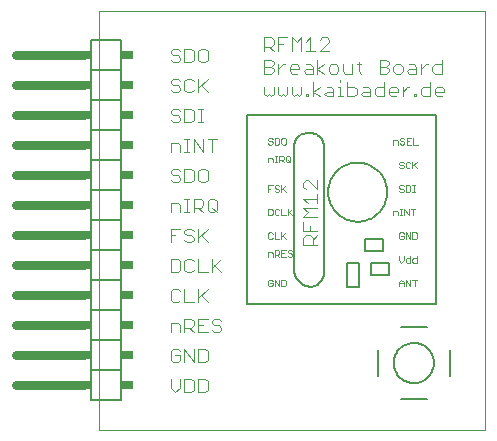
<source format=gto>
G75*
G70*
%OFA0B0*%
%FSLAX24Y24*%
%IPPOS*%
%LPD*%
%AMOC8*
5,1,8,0,0,1.08239X$1,22.5*
%
%ADD10C,0.0000*%
%ADD11C,0.0040*%
%ADD12C,0.0050*%
%ADD13C,0.0020*%
%ADD14C,0.0080*%
%ADD15C,0.0060*%
%ADD16C,0.0300*%
%ADD17R,0.0200X0.0300*%
%ADD18R,0.0400X0.0300*%
D10*
X003000Y001708D02*
X003000Y015704D01*
X015870Y015704D01*
X015870Y001708D01*
X003000Y001708D01*
D11*
X005395Y003131D02*
X005548Y002978D01*
X005702Y003131D01*
X005702Y003438D01*
X005855Y003438D02*
X006086Y003438D01*
X006162Y003361D01*
X006162Y003054D01*
X006086Y002978D01*
X005855Y002978D01*
X005855Y003438D01*
X005395Y003438D02*
X005395Y003131D01*
X005472Y003978D02*
X005625Y003978D01*
X005702Y004054D01*
X005702Y004208D01*
X005548Y004208D01*
X005395Y004361D02*
X005395Y004054D01*
X005472Y003978D01*
X005395Y004361D02*
X005472Y004438D01*
X005625Y004438D01*
X005702Y004361D01*
X005855Y004438D02*
X006162Y003978D01*
X006162Y004438D01*
X006316Y004438D02*
X006546Y004438D01*
X006623Y004361D01*
X006623Y004054D01*
X006546Y003978D01*
X006316Y003978D01*
X006316Y004438D01*
X005855Y004438D02*
X005855Y003978D01*
X006316Y003438D02*
X006546Y003438D01*
X006623Y003361D01*
X006623Y003054D01*
X006546Y002978D01*
X006316Y002978D01*
X006316Y003438D01*
X006316Y004978D02*
X006623Y004978D01*
X006776Y005054D02*
X006853Y004978D01*
X007006Y004978D01*
X007083Y005054D01*
X007083Y005131D01*
X007006Y005208D01*
X006853Y005208D01*
X006776Y005284D01*
X006776Y005361D01*
X006853Y005438D01*
X007006Y005438D01*
X007083Y005361D01*
X006623Y005438D02*
X006316Y005438D01*
X006316Y004978D01*
X006162Y004978D02*
X006009Y005131D01*
X006086Y005131D02*
X005855Y005131D01*
X005855Y004978D02*
X005855Y005438D01*
X006086Y005438D01*
X006162Y005361D01*
X006162Y005208D01*
X006086Y005131D01*
X006316Y005208D02*
X006469Y005208D01*
X005702Y005208D02*
X005702Y004978D01*
X005702Y005208D02*
X005625Y005284D01*
X005395Y005284D01*
X005395Y004978D01*
X005472Y005978D02*
X005625Y005978D01*
X005702Y006054D01*
X005855Y005978D02*
X006162Y005978D01*
X006316Y005978D02*
X006316Y006438D01*
X006393Y006208D02*
X006623Y005978D01*
X006316Y006131D02*
X006623Y006438D01*
X006623Y006978D02*
X006316Y006978D01*
X006316Y007438D01*
X006162Y007361D02*
X006086Y007438D01*
X005932Y007438D01*
X005855Y007361D01*
X005855Y007054D01*
X005932Y006978D01*
X006086Y006978D01*
X006162Y007054D01*
X005702Y007054D02*
X005702Y007361D01*
X005625Y007438D01*
X005395Y007438D01*
X005395Y006978D01*
X005625Y006978D01*
X005702Y007054D01*
X005625Y006438D02*
X005472Y006438D01*
X005395Y006361D01*
X005395Y006054D01*
X005472Y005978D01*
X005855Y005978D02*
X005855Y006438D01*
X005702Y006361D02*
X005625Y006438D01*
X006776Y006978D02*
X006776Y007438D01*
X006853Y007208D02*
X007083Y006978D01*
X006776Y007131D02*
X007083Y007438D01*
X006623Y007978D02*
X006393Y008208D01*
X006316Y008131D02*
X006623Y008438D01*
X006316Y008438D02*
X006316Y007978D01*
X006162Y008054D02*
X006162Y008131D01*
X006086Y008208D01*
X005932Y008208D01*
X005855Y008284D01*
X005855Y008361D01*
X005932Y008438D01*
X006086Y008438D01*
X006162Y008361D01*
X006162Y008054D02*
X006086Y007978D01*
X005932Y007978D01*
X005855Y008054D01*
X005548Y008208D02*
X005395Y008208D01*
X005395Y007978D02*
X005395Y008438D01*
X005702Y008438D01*
X005702Y008978D02*
X005702Y009208D01*
X005625Y009284D01*
X005395Y009284D01*
X005395Y008978D01*
X005855Y008978D02*
X006009Y008978D01*
X005932Y008978D02*
X005932Y009438D01*
X005855Y009438D02*
X006009Y009438D01*
X006162Y009438D02*
X006393Y009438D01*
X006469Y009361D01*
X006469Y009208D01*
X006393Y009131D01*
X006162Y009131D01*
X006162Y008978D02*
X006162Y009438D01*
X006316Y009131D02*
X006469Y008978D01*
X006623Y009054D02*
X006699Y008978D01*
X006853Y008978D01*
X006930Y009054D01*
X006930Y009361D01*
X006853Y009438D01*
X006699Y009438D01*
X006623Y009361D01*
X006623Y009054D01*
X006776Y009131D02*
X006930Y008978D01*
X006546Y009978D02*
X006393Y009978D01*
X006316Y010054D01*
X006316Y010361D01*
X006393Y010438D01*
X006546Y010438D01*
X006623Y010361D01*
X006623Y010054D01*
X006546Y009978D01*
X006162Y010054D02*
X006162Y010361D01*
X006086Y010438D01*
X005855Y010438D01*
X005855Y009978D01*
X006086Y009978D01*
X006162Y010054D01*
X005702Y010054D02*
X005625Y009978D01*
X005472Y009978D01*
X005395Y010054D01*
X005472Y010208D02*
X005625Y010208D01*
X005702Y010131D01*
X005702Y010054D01*
X005472Y010208D02*
X005395Y010284D01*
X005395Y010361D01*
X005472Y010438D01*
X005625Y010438D01*
X005702Y010361D01*
X005702Y010978D02*
X005702Y011208D01*
X005625Y011284D01*
X005395Y011284D01*
X005395Y010978D01*
X005855Y010978D02*
X006009Y010978D01*
X005932Y010978D02*
X005932Y011438D01*
X005855Y011438D02*
X006009Y011438D01*
X006162Y011438D02*
X006469Y010978D01*
X006469Y011438D01*
X006623Y011438D02*
X006930Y011438D01*
X006776Y011438D02*
X006776Y010978D01*
X006162Y010978D02*
X006162Y011438D01*
X006086Y011978D02*
X005855Y011978D01*
X005855Y012438D01*
X006086Y012438D01*
X006162Y012361D01*
X006162Y012054D01*
X006086Y011978D01*
X006316Y011978D02*
X006469Y011978D01*
X006393Y011978D02*
X006393Y012438D01*
X006469Y012438D02*
X006316Y012438D01*
X006316Y012978D02*
X006316Y013438D01*
X006162Y013361D02*
X006086Y013438D01*
X005932Y013438D01*
X005855Y013361D01*
X005855Y013054D01*
X005932Y012978D01*
X006086Y012978D01*
X006162Y013054D01*
X006316Y013131D02*
X006623Y013438D01*
X006393Y013208D02*
X006623Y012978D01*
X005702Y013054D02*
X005625Y012978D01*
X005472Y012978D01*
X005395Y013054D01*
X005472Y013208D02*
X005625Y013208D01*
X005702Y013131D01*
X005702Y013054D01*
X005472Y013208D02*
X005395Y013284D01*
X005395Y013361D01*
X005472Y013438D01*
X005625Y013438D01*
X005702Y013361D01*
X005625Y013978D02*
X005472Y013978D01*
X005395Y014054D01*
X005472Y014208D02*
X005625Y014208D01*
X005702Y014131D01*
X005702Y014054D01*
X005625Y013978D01*
X005855Y013978D02*
X006086Y013978D01*
X006162Y014054D01*
X006162Y014361D01*
X006086Y014438D01*
X005855Y014438D01*
X005855Y013978D01*
X005702Y014361D02*
X005625Y014438D01*
X005472Y014438D01*
X005395Y014361D01*
X005395Y014284D01*
X005472Y014208D01*
X006316Y014361D02*
X006316Y014054D01*
X006393Y013978D01*
X006546Y013978D01*
X006623Y014054D01*
X006623Y014361D01*
X006546Y014438D01*
X006393Y014438D01*
X006316Y014361D01*
X005625Y012438D02*
X005472Y012438D01*
X005395Y012361D01*
X005395Y012284D01*
X005472Y012208D01*
X005625Y012208D01*
X005702Y012131D01*
X005702Y012054D01*
X005625Y011978D01*
X005472Y011978D01*
X005395Y012054D01*
X005702Y012361D02*
X005625Y012438D01*
X008520Y012929D02*
X008597Y012853D01*
X008673Y012929D01*
X008750Y012853D01*
X008827Y012929D01*
X008827Y013159D01*
X008980Y013159D02*
X008980Y012929D01*
X009057Y012853D01*
X009134Y012929D01*
X009211Y012853D01*
X009287Y012929D01*
X009287Y013159D01*
X009441Y013159D02*
X009441Y012929D01*
X009518Y012853D01*
X009594Y012929D01*
X009671Y012853D01*
X009748Y012929D01*
X009748Y013159D01*
X009901Y012929D02*
X009978Y012929D01*
X009978Y012853D01*
X009901Y012853D01*
X009901Y012929D01*
X010131Y012853D02*
X010131Y013313D01*
X010362Y013159D02*
X010131Y013006D01*
X010362Y012853D01*
X010515Y012929D02*
X010592Y013006D01*
X010822Y013006D01*
X010822Y013083D02*
X010822Y012853D01*
X010592Y012853D01*
X010515Y012929D01*
X010592Y013159D02*
X010745Y013159D01*
X010822Y013083D01*
X010975Y013159D02*
X011052Y013159D01*
X011052Y012853D01*
X010975Y012853D02*
X011129Y012853D01*
X011282Y012853D02*
X011513Y012853D01*
X011589Y012929D01*
X011589Y013083D01*
X011513Y013159D01*
X011282Y013159D01*
X011282Y013313D02*
X011282Y012853D01*
X011743Y012929D02*
X011819Y013006D01*
X012050Y013006D01*
X012050Y013083D02*
X011973Y013159D01*
X011819Y013159D01*
X011743Y012929D02*
X011819Y012853D01*
X012050Y012853D01*
X012050Y013083D01*
X012203Y013083D02*
X012203Y012929D01*
X012280Y012853D01*
X012510Y012853D01*
X012510Y013313D01*
X012510Y013159D02*
X012280Y013159D01*
X012203Y013083D01*
X012664Y013083D02*
X012664Y012929D01*
X012740Y012853D01*
X012894Y012853D01*
X012970Y013006D02*
X012664Y013006D01*
X012664Y013083D02*
X012740Y013159D01*
X012894Y013159D01*
X012970Y013083D01*
X012970Y013006D01*
X013124Y013006D02*
X013277Y013159D01*
X013354Y013159D01*
X013124Y013159D02*
X013124Y012853D01*
X013508Y012853D02*
X013584Y012853D01*
X013584Y012929D01*
X013508Y012929D01*
X013508Y012853D01*
X013738Y012929D02*
X013738Y013083D01*
X013815Y013159D01*
X014045Y013159D01*
X014045Y013313D02*
X014045Y012853D01*
X013815Y012853D01*
X013738Y012929D01*
X014198Y012929D02*
X014198Y013083D01*
X014275Y013159D01*
X014428Y013159D01*
X014505Y013083D01*
X014505Y013006D01*
X014198Y013006D01*
X014198Y012929D02*
X014275Y012853D01*
X014428Y012853D01*
X014428Y013603D02*
X014198Y013603D01*
X014121Y013679D01*
X014121Y013833D01*
X014198Y013909D01*
X014428Y013909D01*
X014428Y014063D02*
X014428Y013603D01*
X013968Y013909D02*
X013891Y013909D01*
X013738Y013756D01*
X013738Y013603D02*
X013738Y013909D01*
X013584Y013833D02*
X013584Y013603D01*
X013354Y013603D01*
X013277Y013679D01*
X013354Y013756D01*
X013584Y013756D01*
X013584Y013833D02*
X013508Y013909D01*
X013354Y013909D01*
X013124Y013833D02*
X013124Y013679D01*
X013047Y013603D01*
X012894Y013603D01*
X012817Y013679D01*
X012817Y013833D01*
X012894Y013909D01*
X013047Y013909D01*
X013124Y013833D01*
X012664Y013909D02*
X012587Y013833D01*
X012357Y013833D01*
X012587Y013833D02*
X012664Y013756D01*
X012664Y013679D01*
X012587Y013603D01*
X012357Y013603D01*
X012357Y014063D01*
X012587Y014063D01*
X012664Y013986D01*
X012664Y013909D01*
X011743Y013909D02*
X011589Y013909D01*
X011666Y013986D02*
X011666Y013679D01*
X011743Y013603D01*
X011436Y013603D02*
X011436Y013909D01*
X011436Y013603D02*
X011206Y013603D01*
X011129Y013679D01*
X011129Y013909D01*
X010975Y013833D02*
X010975Y013679D01*
X010899Y013603D01*
X010745Y013603D01*
X010668Y013679D01*
X010668Y013833D01*
X010745Y013909D01*
X010899Y013909D01*
X010975Y013833D01*
X011052Y013390D02*
X011052Y013313D01*
X010515Y013603D02*
X010285Y013756D01*
X010515Y013909D01*
X010285Y014063D02*
X010285Y013603D01*
X010131Y013603D02*
X009901Y013603D01*
X009824Y013679D01*
X009901Y013756D01*
X010131Y013756D01*
X010131Y013833D02*
X010131Y013603D01*
X010131Y013833D02*
X010055Y013909D01*
X009901Y013909D01*
X009671Y013833D02*
X009671Y013756D01*
X009364Y013756D01*
X009364Y013679D02*
X009364Y013833D01*
X009441Y013909D01*
X009594Y013909D01*
X009671Y013833D01*
X009594Y013603D02*
X009441Y013603D01*
X009364Y013679D01*
X009211Y013909D02*
X009134Y013909D01*
X008980Y013756D01*
X008827Y013756D02*
X008750Y013833D01*
X008520Y013833D01*
X008520Y014063D02*
X008750Y014063D01*
X008827Y013986D01*
X008827Y013909D01*
X008750Y013833D01*
X008827Y013756D02*
X008827Y013679D01*
X008750Y013603D01*
X008520Y013603D01*
X008520Y014063D01*
X008520Y014353D02*
X008520Y014813D01*
X008750Y014813D01*
X008827Y014736D01*
X008827Y014583D01*
X008750Y014506D01*
X008520Y014506D01*
X008673Y014506D02*
X008827Y014353D01*
X008980Y014353D02*
X008980Y014813D01*
X009287Y014813D01*
X009441Y014813D02*
X009594Y014659D01*
X009748Y014813D01*
X009748Y014353D01*
X009901Y014353D02*
X010208Y014353D01*
X010055Y014353D02*
X010055Y014813D01*
X009901Y014659D01*
X010362Y014736D02*
X010438Y014813D01*
X010592Y014813D01*
X010668Y014736D01*
X010668Y014659D01*
X010362Y014353D01*
X010668Y014353D01*
X009441Y014353D02*
X009441Y014813D01*
X009134Y014583D02*
X008980Y014583D01*
X008980Y013909D02*
X008980Y013603D01*
X008520Y013159D02*
X008520Y012929D01*
X009897Y010051D02*
X009820Y009974D01*
X009820Y009821D01*
X009897Y009744D01*
X009897Y010051D02*
X009973Y010051D01*
X010280Y009744D01*
X010280Y010051D01*
X010280Y009591D02*
X010280Y009284D01*
X010280Y009437D02*
X009820Y009437D01*
X009973Y009284D01*
X009820Y009130D02*
X010280Y009130D01*
X010280Y008824D02*
X009820Y008824D01*
X009973Y008977D01*
X009820Y009130D01*
X009820Y008670D02*
X009820Y008363D01*
X010280Y008363D01*
X010280Y008210D02*
X010127Y008056D01*
X010127Y008133D02*
X010127Y007903D01*
X010280Y007903D02*
X009820Y007903D01*
X009820Y008133D01*
X009897Y008210D01*
X010050Y008210D01*
X010127Y008133D01*
X010050Y008363D02*
X010050Y008517D01*
D12*
X011284Y007292D02*
X011284Y006505D01*
X011678Y006505D01*
X011678Y007292D01*
X011284Y007292D01*
X011875Y007686D02*
X012466Y007686D01*
X012466Y008080D01*
X011875Y008080D01*
X011875Y007686D01*
X012072Y007292D02*
X012662Y007292D01*
X012662Y006898D01*
X012072Y006898D01*
X012072Y007292D01*
X010497Y006945D02*
X010497Y011183D01*
X010495Y011224D01*
X010490Y011264D01*
X010480Y011303D01*
X010467Y011342D01*
X010451Y011379D01*
X010431Y011415D01*
X010408Y011448D01*
X010382Y011479D01*
X010353Y011508D01*
X010322Y011534D01*
X010289Y011557D01*
X010253Y011577D01*
X010216Y011593D01*
X010177Y011606D01*
X010138Y011616D01*
X010098Y011621D01*
X010057Y011623D01*
X009953Y011623D01*
X009912Y011621D01*
X009872Y011616D01*
X009833Y011606D01*
X009794Y011593D01*
X009757Y011577D01*
X009721Y011557D01*
X009688Y011534D01*
X009657Y011508D01*
X009628Y011479D01*
X009602Y011448D01*
X009579Y011415D01*
X009559Y011379D01*
X009543Y011342D01*
X009530Y011303D01*
X009520Y011264D01*
X009515Y011224D01*
X009513Y011183D01*
X009513Y007049D01*
X009515Y007004D01*
X009520Y006959D01*
X009530Y006915D01*
X009542Y006872D01*
X009559Y006830D01*
X009579Y006790D01*
X009602Y006751D01*
X009628Y006715D01*
X009657Y006681D01*
X009689Y006649D01*
X009723Y006620D01*
X009759Y006594D01*
X009798Y006571D01*
X009838Y006551D01*
X009880Y006534D01*
X009923Y006522D01*
X009967Y006512D01*
X010012Y006507D01*
X010057Y006505D01*
X010098Y006507D01*
X010138Y006512D01*
X010177Y006522D01*
X010216Y006535D01*
X010253Y006551D01*
X010289Y006571D01*
X010322Y006594D01*
X010353Y006620D01*
X010382Y006649D01*
X010408Y006680D01*
X010431Y006713D01*
X010451Y006749D01*
X010467Y006786D01*
X010480Y006825D01*
X010490Y006864D01*
X010495Y006904D01*
X010497Y006945D01*
X007938Y005914D02*
X007938Y012213D01*
X014237Y012213D01*
X014237Y005914D01*
X007938Y005914D01*
X010641Y009654D02*
X010643Y009716D01*
X010649Y009779D01*
X010659Y009840D01*
X010673Y009901D01*
X010690Y009961D01*
X010711Y010020D01*
X010737Y010077D01*
X010765Y010132D01*
X010797Y010186D01*
X010833Y010237D01*
X010871Y010287D01*
X010913Y010333D01*
X010957Y010377D01*
X011005Y010418D01*
X011054Y010456D01*
X011106Y010490D01*
X011160Y010521D01*
X011216Y010549D01*
X011274Y010573D01*
X011333Y010594D01*
X011393Y010610D01*
X011454Y010623D01*
X011516Y010632D01*
X011578Y010637D01*
X011641Y010638D01*
X011703Y010635D01*
X011765Y010628D01*
X011827Y010617D01*
X011887Y010602D01*
X011947Y010584D01*
X012005Y010562D01*
X012062Y010536D01*
X012117Y010506D01*
X012170Y010473D01*
X012221Y010437D01*
X012269Y010398D01*
X012315Y010355D01*
X012358Y010310D01*
X012398Y010262D01*
X012435Y010212D01*
X012469Y010159D01*
X012500Y010105D01*
X012526Y010049D01*
X012550Y009991D01*
X012569Y009931D01*
X012585Y009871D01*
X012597Y009809D01*
X012605Y009748D01*
X012609Y009685D01*
X012609Y009623D01*
X012605Y009560D01*
X012597Y009499D01*
X012585Y009437D01*
X012569Y009377D01*
X012550Y009317D01*
X012526Y009259D01*
X012500Y009203D01*
X012469Y009149D01*
X012435Y009096D01*
X012398Y009046D01*
X012358Y008998D01*
X012315Y008953D01*
X012269Y008910D01*
X012221Y008871D01*
X012170Y008835D01*
X012117Y008802D01*
X012062Y008772D01*
X012005Y008746D01*
X011947Y008724D01*
X011887Y008706D01*
X011827Y008691D01*
X011765Y008680D01*
X011703Y008673D01*
X011641Y008670D01*
X011578Y008671D01*
X011516Y008676D01*
X011454Y008685D01*
X011393Y008698D01*
X011333Y008714D01*
X011274Y008735D01*
X011216Y008759D01*
X011160Y008787D01*
X011106Y008818D01*
X011054Y008852D01*
X011005Y008890D01*
X010957Y008931D01*
X010913Y008975D01*
X010871Y009021D01*
X010833Y009071D01*
X010797Y009122D01*
X010765Y009176D01*
X010737Y009231D01*
X010711Y009288D01*
X010690Y009347D01*
X010673Y009407D01*
X010659Y009468D01*
X010649Y009529D01*
X010643Y009592D01*
X010641Y009654D01*
D13*
X009455Y009097D02*
X009308Y008950D01*
X009345Y008987D02*
X009455Y008877D01*
X009308Y008877D02*
X009308Y009097D01*
X009087Y009097D02*
X009087Y008877D01*
X009234Y008877D01*
X009013Y008914D02*
X008976Y008877D01*
X008903Y008877D01*
X008866Y008914D01*
X008866Y009060D01*
X008903Y009097D01*
X008976Y009097D01*
X009013Y009060D01*
X008792Y009060D02*
X008792Y008914D01*
X008755Y008877D01*
X008645Y008877D01*
X008645Y009097D01*
X008755Y009097D01*
X008792Y009060D01*
X008903Y009664D02*
X008866Y009701D01*
X008903Y009664D02*
X008976Y009664D01*
X009013Y009701D01*
X009013Y009738D01*
X008976Y009774D01*
X008903Y009774D01*
X008866Y009811D01*
X008866Y009848D01*
X008903Y009885D01*
X008976Y009885D01*
X009013Y009848D01*
X009087Y009885D02*
X009087Y009664D01*
X009087Y009738D02*
X009234Y009885D01*
X009124Y009774D02*
X009234Y009664D01*
X008792Y009885D02*
X008645Y009885D01*
X008645Y009664D01*
X008645Y009774D02*
X008718Y009774D01*
X008645Y010649D02*
X008645Y010795D01*
X008755Y010795D01*
X008792Y010759D01*
X008792Y010649D01*
X008866Y010649D02*
X008939Y010649D01*
X008903Y010649D02*
X008903Y010869D01*
X008939Y010869D02*
X008866Y010869D01*
X009013Y010869D02*
X009013Y010649D01*
X009013Y010722D02*
X009123Y010722D01*
X009160Y010759D01*
X009160Y010832D01*
X009123Y010869D01*
X009013Y010869D01*
X009087Y010722D02*
X009160Y010649D01*
X009234Y010685D02*
X009234Y010832D01*
X009271Y010869D01*
X009344Y010869D01*
X009381Y010832D01*
X009381Y010685D01*
X009344Y010649D01*
X009271Y010649D01*
X009234Y010685D01*
X009308Y010722D02*
X009381Y010649D01*
X009197Y011239D02*
X009234Y011276D01*
X009234Y011423D01*
X009197Y011459D01*
X009124Y011459D01*
X009087Y011423D01*
X009087Y011276D01*
X009124Y011239D01*
X009197Y011239D01*
X009013Y011276D02*
X009013Y011423D01*
X008976Y011459D01*
X008866Y011459D01*
X008866Y011239D01*
X008976Y011239D01*
X009013Y011276D01*
X008792Y011276D02*
X008792Y011313D01*
X008755Y011349D01*
X008682Y011349D01*
X008645Y011386D01*
X008645Y011423D01*
X008682Y011459D01*
X008755Y011459D01*
X008792Y011423D01*
X008792Y011276D02*
X008755Y011239D01*
X008682Y011239D01*
X008645Y011276D01*
X008682Y008310D02*
X008645Y008273D01*
X008645Y008126D01*
X008682Y008090D01*
X008755Y008090D01*
X008792Y008126D01*
X008866Y008090D02*
X009013Y008090D01*
X009087Y008090D02*
X009087Y008310D01*
X009124Y008200D02*
X009234Y008090D01*
X009087Y008163D02*
X009234Y008310D01*
X008866Y008310D02*
X008866Y008090D01*
X008792Y008273D02*
X008755Y008310D01*
X008682Y008310D01*
X008866Y007719D02*
X008976Y007719D01*
X009013Y007683D01*
X009013Y007609D01*
X008976Y007572D01*
X008866Y007572D01*
X008866Y007499D02*
X008866Y007719D01*
X008755Y007646D02*
X008792Y007609D01*
X008792Y007499D01*
X008645Y007499D02*
X008645Y007646D01*
X008755Y007646D01*
X008939Y007572D02*
X009013Y007499D01*
X009087Y007499D02*
X009087Y007719D01*
X009234Y007719D01*
X009308Y007683D02*
X009308Y007646D01*
X009345Y007609D01*
X009418Y007609D01*
X009455Y007572D01*
X009455Y007536D01*
X009418Y007499D01*
X009345Y007499D01*
X009308Y007536D01*
X009234Y007499D02*
X009087Y007499D01*
X009087Y007609D02*
X009160Y007609D01*
X009308Y007683D02*
X009345Y007719D01*
X009418Y007719D01*
X009455Y007683D01*
X009197Y006735D02*
X009087Y006735D01*
X009087Y006515D01*
X009197Y006515D01*
X009234Y006551D01*
X009234Y006698D01*
X009197Y006735D01*
X009013Y006735D02*
X009013Y006515D01*
X008866Y006735D01*
X008866Y006515D01*
X008792Y006551D02*
X008792Y006625D01*
X008718Y006625D01*
X008645Y006698D02*
X008645Y006551D01*
X008682Y006515D01*
X008755Y006515D01*
X008792Y006551D01*
X008792Y006698D02*
X008755Y006735D01*
X008682Y006735D01*
X008645Y006698D01*
X012816Y008877D02*
X012816Y009024D01*
X012926Y009024D01*
X012963Y008987D01*
X012963Y008877D01*
X013037Y008877D02*
X013110Y008877D01*
X013074Y008877D02*
X013074Y009097D01*
X013110Y009097D02*
X013037Y009097D01*
X013184Y009097D02*
X013331Y008877D01*
X013331Y009097D01*
X013405Y009097D02*
X013552Y009097D01*
X013479Y009097D02*
X013479Y008877D01*
X013184Y008877D02*
X013184Y009097D01*
X013234Y009664D02*
X013344Y009664D01*
X013381Y009701D01*
X013381Y009848D01*
X013344Y009885D01*
X013234Y009885D01*
X013234Y009664D01*
X013160Y009701D02*
X013123Y009664D01*
X013050Y009664D01*
X013013Y009701D01*
X013050Y009774D02*
X013123Y009774D01*
X013160Y009738D01*
X013160Y009701D01*
X013050Y009774D02*
X013013Y009811D01*
X013013Y009848D01*
X013050Y009885D01*
X013123Y009885D01*
X013160Y009848D01*
X013455Y009885D02*
X013528Y009885D01*
X013492Y009885D02*
X013492Y009664D01*
X013528Y009664D02*
X013455Y009664D01*
X013455Y010452D02*
X013455Y010672D01*
X013381Y010635D02*
X013344Y010672D01*
X013271Y010672D01*
X013234Y010635D01*
X013234Y010488D01*
X013271Y010452D01*
X013344Y010452D01*
X013381Y010488D01*
X013455Y010525D02*
X013602Y010672D01*
X013492Y010562D02*
X013602Y010452D01*
X013160Y010488D02*
X013123Y010452D01*
X013050Y010452D01*
X013013Y010488D01*
X013050Y010562D02*
X013123Y010562D01*
X013160Y010525D01*
X013160Y010488D01*
X013050Y010562D02*
X013013Y010599D01*
X013013Y010635D01*
X013050Y010672D01*
X013123Y010672D01*
X013160Y010635D01*
X013147Y011239D02*
X013074Y011239D01*
X013037Y011276D01*
X013074Y011349D02*
X013147Y011349D01*
X013184Y011313D01*
X013184Y011276D01*
X013147Y011239D01*
X013258Y011239D02*
X013405Y011239D01*
X013479Y011239D02*
X013626Y011239D01*
X013479Y011239D02*
X013479Y011459D01*
X013405Y011459D02*
X013258Y011459D01*
X013258Y011239D01*
X013258Y011349D02*
X013331Y011349D01*
X013184Y011423D02*
X013147Y011459D01*
X013074Y011459D01*
X013037Y011423D01*
X013037Y011386D01*
X013074Y011349D01*
X012963Y011349D02*
X012963Y011239D01*
X012963Y011349D02*
X012926Y011386D01*
X012816Y011386D01*
X012816Y011239D01*
X013050Y008310D02*
X013013Y008273D01*
X013013Y008126D01*
X013050Y008090D01*
X013123Y008090D01*
X013160Y008126D01*
X013160Y008200D01*
X013086Y008200D01*
X013160Y008273D02*
X013123Y008310D01*
X013050Y008310D01*
X013234Y008310D02*
X013381Y008090D01*
X013381Y008310D01*
X013455Y008310D02*
X013565Y008310D01*
X013602Y008273D01*
X013602Y008126D01*
X013565Y008090D01*
X013455Y008090D01*
X013455Y008310D01*
X013234Y008310D02*
X013234Y008090D01*
X013160Y007522D02*
X013160Y007376D01*
X013086Y007302D01*
X013013Y007376D01*
X013013Y007522D01*
X013234Y007412D02*
X013271Y007449D01*
X013381Y007449D01*
X013381Y007522D02*
X013381Y007302D01*
X013271Y007302D01*
X013234Y007339D01*
X013234Y007412D01*
X013455Y007412D02*
X013492Y007449D01*
X013602Y007449D01*
X013602Y007522D02*
X013602Y007302D01*
X013492Y007302D01*
X013455Y007339D01*
X013455Y007412D01*
X013455Y006735D02*
X013602Y006735D01*
X013528Y006735D02*
X013528Y006515D01*
X013381Y006515D02*
X013381Y006735D01*
X013234Y006735D02*
X013234Y006515D01*
X013160Y006515D02*
X013160Y006662D01*
X013086Y006735D01*
X013013Y006662D01*
X013013Y006515D01*
X013013Y006625D02*
X013160Y006625D01*
X013234Y006735D02*
X013381Y006515D01*
D14*
X013067Y005168D02*
X013933Y005168D01*
X014711Y004391D02*
X014711Y003524D01*
X013933Y002747D02*
X013067Y002747D01*
X012289Y003524D02*
X012289Y004391D01*
X012831Y003958D02*
X012833Y004009D01*
X012839Y004060D01*
X012849Y004110D01*
X012862Y004160D01*
X012880Y004208D01*
X012900Y004255D01*
X012925Y004300D01*
X012953Y004343D01*
X012984Y004384D01*
X013018Y004422D01*
X013055Y004457D01*
X013094Y004490D01*
X013136Y004520D01*
X013180Y004546D01*
X013226Y004568D01*
X013274Y004588D01*
X013323Y004603D01*
X013373Y004615D01*
X013423Y004623D01*
X013474Y004627D01*
X013526Y004627D01*
X013577Y004623D01*
X013627Y004615D01*
X013677Y004603D01*
X013726Y004588D01*
X013774Y004568D01*
X013820Y004546D01*
X013864Y004520D01*
X013906Y004490D01*
X013945Y004457D01*
X013982Y004422D01*
X014016Y004384D01*
X014047Y004343D01*
X014075Y004300D01*
X014100Y004255D01*
X014120Y004208D01*
X014138Y004160D01*
X014151Y004110D01*
X014161Y004060D01*
X014167Y004009D01*
X014169Y003958D01*
X014167Y003907D01*
X014161Y003856D01*
X014151Y003806D01*
X014138Y003756D01*
X014120Y003708D01*
X014100Y003661D01*
X014075Y003616D01*
X014047Y003573D01*
X014016Y003532D01*
X013982Y003494D01*
X013945Y003459D01*
X013906Y003426D01*
X013864Y003396D01*
X013820Y003370D01*
X013774Y003348D01*
X013726Y003328D01*
X013677Y003313D01*
X013627Y003301D01*
X013577Y003293D01*
X013526Y003289D01*
X013474Y003289D01*
X013423Y003293D01*
X013373Y003301D01*
X013323Y003313D01*
X013274Y003328D01*
X013226Y003348D01*
X013180Y003370D01*
X013136Y003396D01*
X013094Y003426D01*
X013055Y003459D01*
X013018Y003494D01*
X012984Y003532D01*
X012953Y003573D01*
X012925Y003616D01*
X012900Y003661D01*
X012880Y003708D01*
X012862Y003756D01*
X012849Y003806D01*
X012839Y003856D01*
X012833Y003907D01*
X012831Y003958D01*
D15*
X003750Y002708D02*
X002750Y002708D01*
X002750Y003708D01*
X002750Y004708D01*
X002750Y005708D01*
X002750Y006708D01*
X002750Y007708D01*
X002750Y008708D01*
X002750Y009708D01*
X002750Y010708D01*
X002750Y011708D01*
X002750Y012708D01*
X002750Y013708D01*
X002750Y014708D01*
X003750Y014708D01*
X003750Y013708D01*
X002750Y013708D01*
X003750Y013708D02*
X003750Y012708D01*
X002750Y012708D01*
X002750Y011708D02*
X003750Y011708D01*
X003750Y012708D01*
X003750Y011708D02*
X003750Y010708D01*
X002750Y010708D01*
X002750Y009708D02*
X003750Y009708D01*
X003750Y010708D01*
X003750Y009708D02*
X003750Y008708D01*
X002750Y008708D01*
X002750Y007708D02*
X003750Y007708D01*
X003750Y008708D01*
X003750Y007708D02*
X003750Y006708D01*
X002750Y006708D01*
X003750Y006708D02*
X003750Y005708D01*
X002750Y005708D01*
X002750Y004708D02*
X003750Y004708D01*
X003750Y005708D01*
X003750Y004708D02*
X003750Y003708D01*
X002750Y003708D01*
X003750Y003708D02*
X003750Y002708D01*
D16*
X002500Y003208D02*
X000250Y003208D01*
X000250Y004208D02*
X002500Y004208D01*
X002500Y005208D02*
X000250Y005208D01*
X000250Y006208D02*
X002500Y006208D01*
X002500Y007208D02*
X000250Y007208D01*
X000250Y008208D02*
X002500Y008208D01*
X002500Y009208D02*
X000250Y009208D01*
X000250Y010208D02*
X002500Y010208D01*
X002500Y011208D02*
X000250Y011208D01*
X000250Y012208D02*
X002500Y012208D01*
X002500Y013208D02*
X000250Y013208D01*
X000250Y014208D02*
X002500Y014208D01*
D17*
X002650Y014208D03*
X002650Y013208D03*
X002650Y012208D03*
X002650Y011208D03*
X002650Y010208D03*
X002650Y009208D03*
X002650Y008208D03*
X002650Y007208D03*
X002650Y006208D03*
X002650Y005208D03*
X002650Y004208D03*
X002650Y003208D03*
D18*
X003950Y003208D03*
X003950Y004208D03*
X003950Y005208D03*
X003950Y006208D03*
X003950Y007208D03*
X003950Y008208D03*
X003950Y009208D03*
X003950Y010208D03*
X003950Y011208D03*
X003950Y012208D03*
X003950Y013208D03*
X003950Y014208D03*
M02*

</source>
